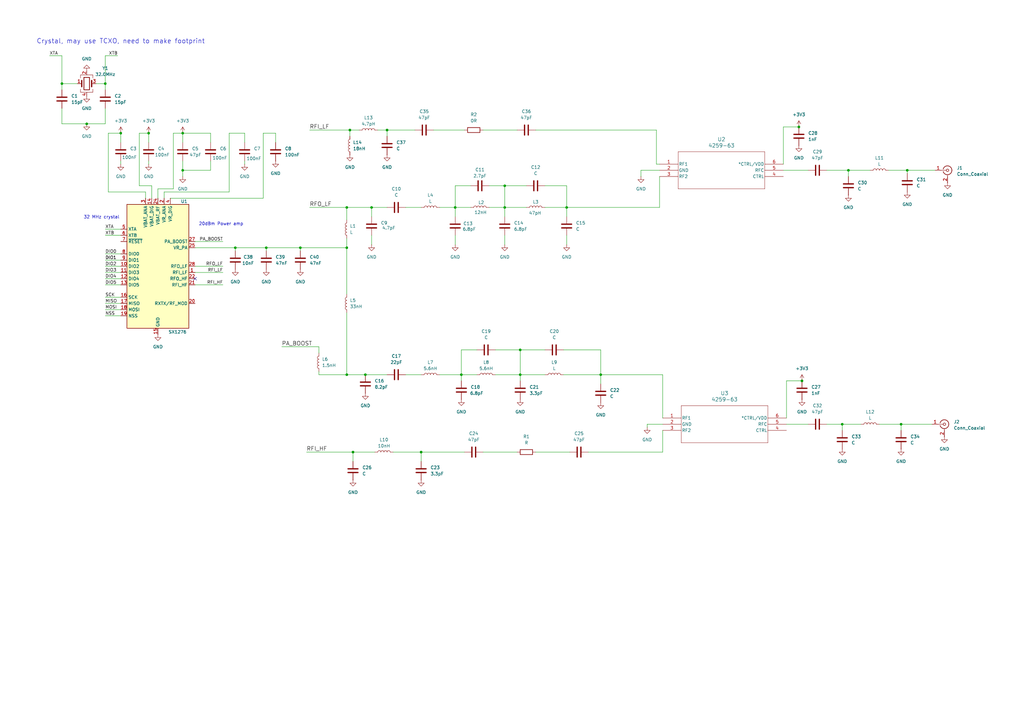
<source format=kicad_sch>
(kicad_sch (version 20231120) (generator "eeschema") (generator_version "8.0")
  (paper "A3")
  (lib_symbols
    (symbol "Connector:Conn_Coaxial" (pin_names (offset 1.016) hide)
      (property "Reference" "J" (at 0.254 3.048 0))
      (property "Value" "Conn_Coaxial" (at 2.921 0 90))
      (symbol "Conn_Coaxial_0_1"
        (arc (start -1.778 -0.508) (mid 0.2311 -1.8066) (end 1.778 0) (stroke (width 0.254)))
        (polyline (pts (xy -2.54 0) (xy -0.508 0)))
        (polyline (pts (xy 0 -2.54) (xy 0 -1.778)))
        (circle (center 0 0) (radius 0.508) (stroke (width 0.2032)))
        (arc (start 1.778 0) (mid 0.2099 1.8101) (end -1.778 0.508) (stroke (width 0.254)))
      )
      (symbol "Conn_Coaxial_1_1"
        (pin passive line (at -5.08 0 0) (length 2.54) (name "In") (number "1"))
        (pin passive line (at 0 -5.08 90) (length 2.54) (name "Ext") (number "2"))
      )
    )
    (symbol "Device:C" (pin_numbers hide) (pin_names (offset 0.254))
      (property "Reference" "C" (at 0.635 2.54 0))
      (property "Value" "C" (at 0.635 -2.54 0))
      (symbol "C_0_1"
        (polyline (pts (xy -2.032 -0.762) (xy 2.032 -0.762)) (stroke (width 0.508)))
        (polyline (pts (xy -2.032 0.762) (xy 2.032 0.762)) (stroke (width 0.508)))
      )
      (symbol "C_1_1"
        (pin passive line (at 0 3.81 270) (length 2.794) (name "~") (number "1"))
        (pin passive line (at 0 -3.81 90) (length 2.794) (name "~") (number "2"))
      )
    )
    (symbol "Device:Crystal_GND24" (pin_names (offset 1.016) hide)
      (property "Reference" "Y" (at 3.175 5.08 0))
      (property "Value" "Crystal_GND24" (at 3.175 3.175 0))
      (symbol "Crystal_GND24_0_1"
        (rectangle (start -1.143 2.54) (end 1.143 -2.54) (stroke (width 0.3048)))
        (polyline (pts (xy -2.54 0) (xy -2.032 0)))
        (polyline (pts (xy -2.032 -1.27) (xy -2.032 1.27)) (stroke (width 0.508)))
        (polyline (pts (xy 0 -3.81) (xy 0 -3.556)))
        (polyline (pts (xy 0 3.556) (xy 0 3.81)))
        (polyline (pts (xy 2.032 -1.27) (xy 2.032 1.27)) (stroke (width 0.508)))
        (polyline (pts (xy 2.032 0) (xy 2.54 0)))
        (polyline (pts (xy -2.54 -2.286) (xy -2.54 -3.556) (xy 2.54 -3.556) (xy 2.54 -2.286)))
        (polyline (pts (xy -2.54 2.286) (xy -2.54 3.556) (xy 2.54 3.556) (xy 2.54 2.286)))
      )
      (symbol "Crystal_GND24_1_1"
        (pin passive line (at -3.81 0 0) (length 1.27) (name "1") (number "1"))
        (pin passive line (at 0 5.08 270) (length 1.27) (name "2") (number "2"))
        (pin passive line (at 3.81 0 180) (length 1.27) (name "3") (number "3"))
        (pin passive line (at 0 -5.08 90) (length 1.27) (name "4") (number "4"))
      )
    )
    (symbol "Device:L" (pin_numbers hide) (pin_names (offset 1.016) hide)
      (property "Reference" "L" (at -1.27 0 90))
      (property "Value" "L" (at 1.905 0 90))
      (symbol "L_0_1"
        (arc (start 0 -2.54) (mid 0.6323 -1.905) (end 0 -1.27))
        (arc (start 0 -1.27) (mid 0.6323 -0.635) (end 0 0))
        (arc (start 0 0) (mid 0.6323 0.635) (end 0 1.27))
        (arc (start 0 1.27) (mid 0.6323 1.905) (end 0 2.54))
      )
      (symbol "L_1_1"
        (pin passive line (at 0 3.81 270) (length 1.27) (name "1") (number "1"))
        (pin passive line (at 0 -3.81 90) (length 1.27) (name "2") (number "2"))
      )
    )
    (symbol "Device:R" (pin_numbers hide) (pin_names (offset 0))
      (property "Reference" "R" (at 2.032 0 90))
      (property "Value" "R" (at 0 0 90))
      (symbol "R_0_1"
        (rectangle (start -1.016 -2.54) (end 1.016 2.54) (stroke (width 0.254)))
      )
      (symbol "R_1_1"
        (pin passive line (at 0 3.81 270) (length 1.27) (name "~") (number "1"))
        (pin passive line (at 0 -3.81 90) (length 1.27) (name "~") (number "2"))
      )
    )
    (symbol "PE4259:4259-63" (pin_names (offset 0.254))
      (property "Reference" "U" (at 25.4 10.16 0))
      (property "Value" "4259-63" (at 25.4 7.62 0))
      (symbol "4259-63_0_1"
        (polyline (pts (xy 7.62 -10.16) (xy 43.18 -10.16)) (stroke (width 0.127)))
        (polyline (pts (xy 7.62 5.08) (xy 7.62 -10.16)) (stroke (width 0.127)))
        (polyline (pts (xy 43.18 -10.16) (xy 43.18 5.08)) (stroke (width 0.127)))
        (polyline (pts (xy 43.18 5.08) (xy 7.62 5.08)) (stroke (width 0.127)))
        (pin bidirectional line (at 0 0 0) (length 7.62) (name "RF1") (number "1"))
        (pin power_out line (at 0 -2.54 0) (length 7.62) (name "GND") (number "2"))
        (pin bidirectional line (at 0 -5.08 0) (length 7.62) (name "RF2") (number "3"))
        (pin unspecified line (at 50.8 -5.08 180) (length 7.62) (name "CTRL") (number "4"))
        (pin unspecified line (at 50.8 -2.54 180) (length 7.62) (name "RFC") (number "5"))
        (pin power_in line (at 50.8 0 180) (length 7.62) (name "*CTRL/VDD") (number "6"))
      )
    )
    (symbol "RF:SX1276"
      (property "Reference" "U" (at 13.97 24.13 0))
      (property "Value" "SX1276" (at 13.97 21.59 0))
      (symbol "SX1276_0_1"
        (rectangle (start -12.7 25.4) (end 12.7 -25.4) (stroke (width 0.254)) (fill (type background)))
      )
      (symbol "SX1276_1_1"
        (pin input line (at 15.24 -2.54 180) (length 2.54) (name "RFI_LF") (number "1"))
        (pin bidirectional line (at -15.24 0 0) (length 2.54) (name "DIO2") (number "10"))
        (pin bidirectional line (at -15.24 -2.54 0) (length 2.54) (name "DIO3") (number "11"))
        (pin bidirectional line (at -15.24 -5.08 0) (length 2.54) (name "DIO4") (number "12"))
        (pin bidirectional line (at -15.24 -7.62 0) (length 2.54) (name "DIO5") (number "13"))
        (pin power_in line (at -2.54 27.94 270) (length 2.54) (name "VBAT_DIG") (number "14"))
        (pin power_in line (at 0 -27.94 90) (length 2.54) (name "GND") (number "15"))
        (pin input line (at -15.24 -12.7 0) (length 2.54) (name "SCK") (number "16"))
        (pin output line (at -15.24 -15.24 0) (length 2.54) (name "MISO") (number "17"))
        (pin input line (at -15.24 -17.78 0) (length 2.54) (name "MOSI") (number "18"))
        (pin input line (at -15.24 -20.32 0) (length 2.54) (name "NSS") (number "19"))
        (pin power_in line (at 2.54 27.94 270) (length 2.54) (name "VR_ANA") (number "2"))
        (pin output line (at 15.24 -15.24 180) (length 2.54) (name "RXTX/RF_MOD") (number "20"))
        (pin input line (at 15.24 -7.62 180) (length 2.54) (name "RFI_HF") (number "21"))
        (pin output line (at 15.24 -5.08 180) (length 2.54) (name "RFO_HF") (number "22"))
        (pin passive line (at 0 -27.94 90) (length 2.54) hide (name "GND") (number "23"))
        (pin power_in line (at 0 27.94 270) (length 2.54) (name "VBAT_RF") (number "24"))
        (pin power_out line (at 15.24 7.62 180) (length 2.54) (name "VR_PA") (number "25"))
        (pin passive line (at 0 -27.94 90) (length 2.54) hide (name "GND") (number "26"))
        (pin power_out line (at 15.24 10.16 180) (length 2.54) (name "PA_BOOST") (number "27"))
        (pin output line (at 15.24 0 180) (length 2.54) (name "RFO_LF") (number "28"))
        (pin passive line (at 0 -27.94 90) (length 2.54) hide (name "GND") (number "29"))
        (pin power_in line (at -5.08 27.94 270) (length 2.54) (name "VBAT_ANA") (number "3"))
        (pin power_in line (at 5.08 27.94 270) (length 2.54) (name "VR_DIG") (number "4"))
        (pin bidirectional line (at -15.24 15.24 0) (length 2.54) (name "XTA") (number "5"))
        (pin bidirectional line (at -15.24 12.7 0) (length 2.54) (name "XTB") (number "6"))
        (pin input line (at -15.24 10.16 0) (length 2.54) (name "~{RESET}") (number "7"))
        (pin bidirectional line (at -15.24 5.08 0) (length 2.54) (name "DIO0") (number "8"))
        (pin bidirectional line (at -15.24 2.54 0) (length 2.54) (name "DIO1") (number "9"))
      )
    )
    (symbol "power:+3V3" (power) (pin_numbers hide) (pin_names (offset 0) hide)
      (property "Value" "+3V3" (at 0 3.556 0))
      (symbol "+3V3_0_1"
        (polyline (pts (xy -0.762 1.27) (xy 0 2.54)))
        (polyline (pts (xy 0 0) (xy 0 2.54)))
        (polyline (pts (xy 0 2.54) (xy 0.762 1.27)))
      )
      (symbol "+3V3_1_1"
        (pin power_in line (at 0 0 90) (length 0) (name "~") (number "1"))
      )
    )
    (symbol "power:GND" (power) (pin_numbers hide) (pin_names (offset 0) hide)
      (property "Value" "GND" (at 0 -3.81 0))
      (symbol "GND_0_1"
        (polyline (pts (xy 0 0) (xy 0 -1.27) (xy 1.27 -1.27) (xy 0 -2.54) (xy -1.27 -1.27) (xy 0 -1.27)))
      )
      (symbol "GND_1_1"
        (pin power_in line (at 0 0 270) (length 0) (name "~") (number "1"))
      )
    )
  )
  (junction (at 74.93 69.85))
  (junction (at 246.38 153.67))
  (junction (at 328.93 156.21))
  (junction (at 207.01 76.2))
  (junction (at 372.11 69.85))
  (junction (at 43.18 34.29))
  (junction (at 144.78 185.42))
  (junction (at 109.22 101.6))
  (junction (at 186.69 85.09))
  (junction (at 60.96 54.61))
  (junction (at 369.57 173.99))
  (junction (at 172.72 185.42))
  (junction (at 232.41 85.09))
  (junction (at 123.19 101.6))
  (junction (at 152.4 85.09))
  (junction (at 74.93 54.61))
  (junction (at 158.75 53.34))
  (junction (at 207.01 85.09))
  (junction (at 149.86 153.67))
  (junction (at 189.23 153.67))
  (junction (at 347.98 69.85))
  (junction (at 142.24 85.09))
  (junction (at 345.44 173.99))
  (junction (at 35.56 50.8))
  (junction (at 143.51 53.34))
  (junction (at 142.24 101.6))
  (junction (at 327.66 52.07))
  (junction (at 96.52 101.6))
  (junction (at 142.24 153.67))
  (junction (at 49.53 54.61))
  (junction (at 25.4 34.29))
  (junction (at 213.36 153.67))
  (junction (at 213.36 143.51))
  (no_connect (at 80.01 114.3))
  (wire (pts (xy 193.04 76.2) (xy 186.69 76.2)))
  (wire (pts (xy 321.31 69.85) (xy 331.47 69.85)))
  (wire (pts (xy 149.86 153.67) (xy 158.75 153.67)))
  (wire (pts (xy 166.37 153.67) (xy 172.72 153.67)))
  (wire (pts (xy 213.36 153.67) (xy 213.36 156.21)))
  (wire (pts (xy 161.29 185.42) (xy 172.72 185.42)))
  (wire (pts (xy 372.11 69.85) (xy 383.54 69.85)))
  (wire (pts (xy 213.36 153.67) (xy 223.52 153.67)))
  (wire (pts (xy 270.51 85.09) (xy 270.51 72.39)))
  (wire (pts (xy 189.23 153.67) (xy 195.58 153.67)))
  (wire (pts (xy 80.01 101.6) (xy 96.52 101.6)))
  (wire (pts (xy 44.45 78.74) (xy 44.45 54.61)))
  (wire (pts (xy 43.18 127) (xy 49.53 127)))
  (wire (pts (xy 158.75 53.34) (xy 158.75 55.88)))
  (wire (pts (xy 271.78 171.45) (xy 271.78 153.67)))
  (wire (pts (xy 207.01 76.2) (xy 215.9 76.2)))
  (wire (pts (xy 186.69 85.09) (xy 186.69 88.9)))
  (wire (pts (xy 57.15 76.2) (xy 57.15 54.61)))
  (wire (pts (xy 231.14 143.51) (xy 246.38 143.51)))
  (wire (pts (xy 59.69 81.28) (xy 59.69 78.74)))
  (wire (pts (xy 246.38 153.67) (xy 271.78 153.67)))
  (wire (pts (xy 207.01 96.52) (xy 207.01 100.33)))
  (wire (pts (xy 43.18 111.76) (xy 49.53 111.76)))
  (wire (pts (xy 339.09 173.99) (xy 345.44 173.99)))
  (wire (pts (xy 180.34 85.09) (xy 186.69 85.09)))
  (wire (pts (xy 71.12 77.47) (xy 71.12 54.61)))
  (wire (pts (xy 43.18 22.86) (xy 48.26 22.86)))
  (wire (pts (xy 203.2 143.51) (xy 213.36 143.51)))
  (wire (pts (xy 43.18 50.8) (xy 43.18 44.45)))
  (wire (pts (xy 25.4 34.29) (xy 25.4 22.86)))
  (wire (pts (xy 144.78 185.42) (xy 153.67 185.42)))
  (wire (pts (xy 125.73 185.42) (xy 144.78 185.42)))
  (wire (pts (xy 246.38 153.67) (xy 246.38 157.48)))
  (wire (pts (xy 31.75 34.29) (xy 25.4 34.29)))
  (wire (pts (xy 158.75 53.34) (xy 170.18 53.34)))
  (wire (pts (xy 142.24 120.65) (xy 142.24 101.6)))
  (wire (pts (xy 80.01 109.22) (xy 91.44 109.22)))
  (wire (pts (xy 322.58 173.99) (xy 331.47 173.99)))
  (wire (pts (xy 372.11 71.12) (xy 372.11 69.85)))
  (wire (pts (xy 69.85 81.28) (xy 107.95 81.28)))
  (wire (pts (xy 43.18 116.84) (xy 49.53 116.84)))
  (wire (pts (xy 93.98 78.74) (xy 93.98 54.61)))
  (wire (pts (xy 49.53 54.61) (xy 49.53 58.42)))
  (wire (pts (xy 232.41 85.09) (xy 270.51 85.09)))
  (wire (pts (xy 369.57 173.99) (xy 382.27 173.99)))
  (wire (pts (xy 25.4 44.45) (xy 25.4 50.8)))
  (wire (pts (xy 100.33 66.04) (xy 100.33 67.31)))
  (wire (pts (xy 109.22 102.87) (xy 109.22 101.6)))
  (wire (pts (xy 43.18 129.54) (xy 49.53 129.54)))
  (wire (pts (xy 43.18 121.92) (xy 49.53 121.92)))
  (wire (pts (xy 20.32 22.86) (xy 25.4 22.86)))
  (wire (pts (xy 152.4 85.09) (xy 158.75 85.09)))
  (wire (pts (xy 213.36 143.51) (xy 213.36 153.67)))
  (wire (pts (xy 166.37 85.09) (xy 172.72 85.09)))
  (wire (pts (xy 109.22 101.6) (xy 96.52 101.6)))
  (wire (pts (xy 223.52 76.2) (xy 232.41 76.2)))
  (wire (pts (xy 123.19 102.87) (xy 123.19 101.6)))
  (wire (pts (xy 154.94 53.34) (xy 158.75 53.34)))
  (wire (pts (xy 59.69 78.74) (xy 44.45 78.74)))
  (wire (pts (xy 246.38 143.51) (xy 246.38 153.67)))
  (wire (pts (xy 232.41 96.52) (xy 232.41 100.33)))
  (wire (pts (xy 265.43 173.99) (xy 265.43 175.26)))
  (wire (pts (xy 43.18 96.52) (xy 49.53 96.52)))
  (wire (pts (xy 347.98 69.85) (xy 347.98 72.39)))
  (wire (pts (xy 115.57 142.24) (xy 130.81 142.24)))
  (wire (pts (xy 93.98 54.61) (xy 100.33 54.61)))
  (wire (pts (xy 322.58 171.45) (xy 322.58 156.21)))
  (wire (pts (xy 180.34 153.67) (xy 189.23 153.67)))
  (wire (pts (xy 142.24 97.79) (xy 142.24 101.6)))
  (wire (pts (xy 223.52 85.09) (xy 232.41 85.09)))
  (wire (pts (xy 43.18 34.29) (xy 43.18 22.86)))
  (wire (pts (xy 74.93 54.61) (xy 74.93 58.42)))
  (wire (pts (xy 43.18 106.68) (xy 49.53 106.68)))
  (wire (pts (xy 71.12 54.61) (xy 74.93 54.61)))
  (wire (pts (xy 130.81 153.67) (xy 142.24 153.67)))
  (wire (pts (xy 207.01 85.09) (xy 215.9 85.09)))
  (wire (pts (xy 107.95 81.28) (xy 107.95 54.61)))
  (wire (pts (xy 231.14 153.67) (xy 246.38 153.67)))
  (wire (pts (xy 74.93 66.04) (xy 74.93 69.85)))
  (wire (pts (xy 198.12 53.34) (xy 212.09 53.34)))
  (wire (pts (xy 130.81 142.24) (xy 130.81 144.78)))
  (wire (pts (xy 270.51 69.85) (xy 262.89 69.85)))
  (wire (pts (xy 67.31 78.74) (xy 93.98 78.74)))
  (wire (pts (xy 60.96 66.04) (xy 60.96 67.31)))
  (wire (pts (xy 321.31 67.31) (xy 321.31 52.07)))
  (wire (pts (xy 80.01 99.06) (xy 91.44 99.06)))
  (wire (pts (xy 269.24 67.31) (xy 270.51 67.31)))
  (wire (pts (xy 43.18 109.22) (xy 49.53 109.22)))
  (wire (pts (xy 198.12 185.42) (xy 212.09 185.42)))
  (wire (pts (xy 142.24 153.67) (xy 149.86 153.67)))
  (wire (pts (xy 364.49 69.85) (xy 372.11 69.85)))
  (wire (pts (xy 195.58 143.51) (xy 189.23 143.51)))
  (wire (pts (xy 142.24 85.09) (xy 142.24 90.17)))
  (wire (pts (xy 189.23 153.67) (xy 189.23 156.21)))
  (wire (pts (xy 186.69 96.52) (xy 186.69 100.33)))
  (wire (pts (xy 107.95 54.61) (xy 113.03 54.61)))
  (wire (pts (xy 86.36 54.61) (xy 86.36 58.42)))
  (wire (pts (xy 219.71 185.42) (xy 233.68 185.42)))
  (wire (pts (xy 113.03 54.61) (xy 113.03 58.42)))
  (wire (pts (xy 144.78 189.23) (xy 144.78 185.42)))
  (wire (pts (xy 200.66 85.09) (xy 207.01 85.09)))
  (wire (pts (xy 369.57 173.99) (xy 369.57 176.53)))
  (wire (pts (xy 152.4 100.33) (xy 152.4 96.52)))
  (wire (pts (xy 43.18 124.46) (xy 49.53 124.46)))
  (wire (pts (xy 74.93 69.85) (xy 74.93 72.39)))
  (wire (pts (xy 100.33 54.61) (xy 100.33 58.42)))
  (wire (pts (xy 35.56 50.8) (xy 43.18 50.8)))
  (wire (pts (xy 172.72 185.42) (xy 190.5 185.42)))
  (wire (pts (xy 44.45 54.61) (xy 49.53 54.61)))
  (wire (pts (xy 43.18 36.83) (xy 43.18 34.29)))
  (wire (pts (xy 43.18 114.3) (xy 49.53 114.3)))
  (wire (pts (xy 96.52 101.6) (xy 96.52 102.87)))
  (wire (pts (xy 360.68 173.99) (xy 369.57 173.99)))
  (wire (pts (xy 186.69 85.09) (xy 193.04 85.09)))
  (wire (pts (xy 207.01 76.2) (xy 207.01 85.09)))
  (wire (pts (xy 152.4 88.9) (xy 152.4 85.09)))
  (wire (pts (xy 123.19 101.6) (xy 142.24 101.6)))
  (wire (pts (xy 43.18 93.98) (xy 49.53 93.98)))
  (wire (pts (xy 127 85.09) (xy 142.24 85.09)))
  (wire (pts (xy 142.24 85.09) (xy 152.4 85.09)))
  (wire (pts (xy 213.36 143.51) (xy 223.52 143.51)))
  (wire (pts (xy 345.44 173.99) (xy 353.06 173.99)))
  (wire (pts (xy 64.77 77.47) (xy 71.12 77.47)))
  (wire (pts (xy 269.24 67.31) (xy 269.24 53.34)))
  (wire (pts (xy 25.4 50.8) (xy 35.56 50.8)))
  (wire (pts (xy 177.8 53.34) (xy 190.5 53.34)))
  (wire (pts (xy 86.36 69.85) (xy 74.93 69.85)))
  (wire (pts (xy 271.78 173.99) (xy 265.43 173.99)))
  (wire (pts (xy 143.51 55.88) (xy 143.51 53.34)))
  (wire (pts (xy 271.78 185.42) (xy 241.3 185.42)))
  (wire (pts (xy 322.58 156.21) (xy 328.93 156.21)))
  (wire (pts (xy 200.66 76.2) (xy 207.01 76.2)))
  (wire (pts (xy 25.4 34.29) (xy 25.4 36.83)))
  (wire (pts (xy 269.24 53.34) (xy 219.71 53.34)))
  (wire (pts (xy 203.2 153.67) (xy 213.36 153.67)))
  (wire (pts (xy 207.01 85.09) (xy 207.01 88.9)))
  (wire (pts (xy 262.89 69.85) (xy 262.89 72.39)))
  (wire (pts (xy 127 53.34) (xy 143.51 53.34)))
  (wire (pts (xy 172.72 185.42) (xy 172.72 189.23)))
  (wire (pts (xy 347.98 69.85) (xy 356.87 69.85)))
  (wire (pts (xy 80.01 111.76) (xy 91.44 111.76)))
  (wire (pts (xy 62.23 76.2) (xy 57.15 76.2)))
  (wire (pts (xy 67.31 81.28) (xy 67.31 78.74)))
  (wire (pts (xy 43.18 104.14) (xy 49.53 104.14)))
  (wire (pts (xy 57.15 54.61) (xy 60.96 54.61)))
  (wire (pts (xy 186.69 76.2) (xy 186.69 85.09)))
  (wire (pts (xy 74.93 54.61) (xy 86.36 54.61)))
  (wire (pts (xy 130.81 152.4) (xy 130.81 153.67)))
  (wire (pts (xy 86.36 66.04) (xy 86.36 69.85)))
  (wire (pts (xy 143.51 53.34) (xy 147.32 53.34)))
  (wire (pts (xy 189.23 143.51) (xy 189.23 153.67)))
  (wire (pts (xy 49.53 66.04) (xy 49.53 67.31)))
  (wire (pts (xy 232.41 85.09) (xy 232.41 88.9)))
  (wire (pts (xy 339.09 69.85) (xy 347.98 69.85)))
  (wire (pts (xy 345.44 173.99) (xy 345.44 176.53)))
  (wire (pts (xy 43.18 34.29) (xy 39.37 34.29)))
  (wire (pts (xy 232.41 76.2) (xy 232.41 85.09)))
  (wire (pts (xy 271.78 176.53) (xy 271.78 185.42)))
  (wire (pts (xy 109.22 101.6) (xy 123.19 101.6)))
  (wire (pts (xy 62.23 81.28) (xy 62.23 76.2)))
  (wire (pts (xy 80.01 116.84) (xy 91.44 116.84)))
  (wire (pts (xy 60.96 54.61) (xy 60.96 58.42)))
  (wire (pts (xy 321.31 52.07) (xy 327.66 52.07)))
  (wire (pts (xy 64.77 81.28) (xy 64.77 77.47)))
  (wire (pts (xy 142.24 128.27) (xy 142.24 153.67)))
  (text "32 MHz crystal" (at 41.656 89.154 0) (effects (font (size 1.27 1.27))))
  (text "Crystal, may use TCXO, need to make footprint" (at 49.53 17.018 0) (effects (font (size 1.905 1.905))))
  (text "20dBm Power amp" (at 90.678 91.948 0) (effects (font (size 1.27 1.27))))
  (label "RFO_LF" (at 127 85.09 0) (effects (font (size 1.651 1.651))))
  (label "DIO1" (at 43.18 106.68 0))
  (label "RFI_HF" (at 125.73 185.42 0) (effects (font (size 1.651 1.651))))
  (label "XTA" (at 43.18 93.98 0))
  (label "XTB" (at 48.26 22.86 180))
  (label "RFI_LF" (at 91.44 111.76 180))
  (label "XTB" (at 43.18 96.52 0))
  (label "NSS" (at 43.18 129.54 0))
  (label "DIO1" (at 43.18 106.68 0))
  (label "RFO_LF" (at 91.44 109.22 180))
  (label "DIO4" (at 43.18 114.3 0))
  (label "DIO3" (at 43.18 111.76 0))
  (label "MOSI" (at 43.18 127 0))
  (label "SCK" (at 43.18 121.92 0))
  (label "PA_BOOST" (at 115.57 142.24 0) (effects (font (size 1.651 1.651))))
  (label "PA_BOOST" (at 91.44 99.06 180))
  (label "RFI_HF" (at 91.44 116.84 180))
  (label "MISO" (at 43.18 124.46 0))
  (label "DIO0" (at 43.18 104.14 0))
  (label "DIO5" (at 43.18 116.84 0))
  (label "DIO2" (at 43.18 109.22 0))
  (label "XTA" (at 20.32 22.86 0))
  (label "RFI_LF" (at 127 53.34 0) (effects (font (size 1.651 1.651))))
  (symbol (lib_id "Device:C") (at 113.03 62.23 0) (unit 1)
    (property "Reference" "C8" (at 116.84 60.9599 0) (effects (justify left)))
    (property "Value" "100nF" (at 116.84 63.4999 0) (effects (justify left)))
    (property "Description" "Unpolarized capacitor" (effects (hide yes)))
  )
  (symbol (lib_id "Device:C") (at 100.33 62.23 0) (unit 1)
    (property "Reference" "C7" (at 104.14 60.9599 0) (effects (justify left)))
    (property "Value" "100nF" (at 101.092 65.024 0) (effects (justify left)))
    (property "Description" "Unpolarized capacitor" (effects (hide yes)))
  )
  (symbol (lib_id "Device:C") (at 219.71 76.2 90) (unit 1)
    (property "Reference" "C12" (at 219.71 68.58 90))
    (property "Value" "C" (at 219.71 71.12 90))
    (property "Description" "Unpolarized capacitor" (effects (hide yes)))
  )
  (symbol (lib_id "power:GND") (at 144.78 196.85 0) (unit 1)
    (property "Reference" "#PWR027" (effects (hide yes)))
    (property "Value" "GND" (at 144.78 201.93 0))
    (property "Description" "Power symbol creates a global label with name \"GND\" , ground" (effects (hide yes)))
  )
  (symbol (lib_id "power:GND") (at 345.44 184.15 0) (unit 1)
    (property "Reference" "#PWR038" (effects (hide yes)))
    (property "Value" "GND" (at 345.44 189.23 0))
    (property "Description" "Power symbol creates a global label with name \"GND\" , ground" (effects (hide yes)))
  )
  (symbol (lib_id "power:GND") (at 186.69 100.33 0) (unit 1)
    (property "Reference" "#PWR019" (effects (hide yes)))
    (property "Value" "GND" (at 186.69 105.41 0))
    (property "Description" "Power symbol creates a global label with name \"GND\" , ground" (effects (hide yes)))
  )
  (symbol (lib_id "Device:C") (at 345.44 180.34 0) (unit 1)
    (property "Reference" "C33" (at 349.25 179.0699 0) (effects (justify left)))
    (property "Value" "C" (at 349.25 181.6099 0) (effects (justify left)))
    (property "Description" "Unpolarized capacitor" (effects (hide yes)))
  )
  (symbol (lib_id "power:GND") (at 49.53 67.31 0) (unit 1)
    (property "Reference" "#PWR05" (effects (hide yes)))
    (property "Value" "GND" (at 49.53 72.39 0))
    (property "Description" "Power symbol creates a global label with name \"GND\" , ground" (effects (hide yes)))
  )
  (symbol (lib_id "Device:C") (at 162.56 153.67 90) (unit 1)
    (property "Reference" "C17" (at 162.56 146.05 90))
    (property "Value" "22pF" (at 162.56 148.59 90))
    (property "Description" "Unpolarized capacitor" (effects (hide yes)))
  )
  (symbol (lib_id "power:+3V3") (at 60.96 54.61 0) (unit 1)
    (property "Reference" "#PWR010" (effects (hide yes)))
    (property "Value" "+3V3" (at 60.96 49.53 0))
    (property "Description" "Power symbol creates a global label with name \"+3V3\"" (effects (hide yes)))
  )
  (symbol (lib_id "power:GND") (at 113.03 66.04 0) (unit 1)
    (property "Reference" "#PWR012" (effects (hide yes)))
    (property "Value" "GND" (at 113.03 71.12 0))
    (property "Description" "Power symbol creates a global label with name \"GND\" , ground" (effects (hide yes)))
  )
  (symbol (lib_id "Device:C") (at 227.33 143.51 270) (unit 1)
    (property "Reference" "C20" (at 227.33 135.89 90))
    (property "Value" "C" (at 227.33 138.43 90))
    (property "Description" "Unpolarized capacitor" (effects (hide yes)))
  )
  (symbol (lib_id "PE4259:4259-63") (at 271.78 171.45 0) (unit 1)
    (property "Reference" "U3" (at 297.18 161.29 0) (effects (font (size 1.524 1.524))))
    (property "Value" "4259-63" (at 297.18 163.83 0) (effects (font (size 1.524 1.524))))
    (property "Footprint" "SC-70-6_PSM" (effects (hide yes)))
    (property "Datasheet" "4259-63" (effects (hide yes)))
  )
  (symbol (lib_id "Device:L") (at 227.33 153.67 90) (unit 1)
    (property "Reference" "L9" (at 227.33 148.59 90))
    (property "Value" "L" (at 227.33 151.13 90))
    (property "Description" "Inductor" (effects (hide yes)))
  )
  (symbol (lib_id "Device:C") (at 347.98 76.2 180) (unit 1)
    (property "Reference" "C30" (at 351.79 74.9299 0) (effects (justify right)))
    (property "Value" "C" (at 351.79 77.4699 0) (effects (justify right)))
    (property "Description" "Unpolarized capacitor" (effects (hide yes)))
  )
  (symbol (lib_id "Connector:Conn_Coaxial") (at 387.35 173.99 0) (unit 1)
    (property "Reference" "J2" (at 391.16 173.0131 0) (effects (justify left)))
    (property "Value" "Conn_Coaxial" (at 391.16 175.5531 0) (effects (justify left)))
    (property "Description" "coaxial connector (BNC, SMA, SMB, SMC, Cinch/RCA, LEMO, ...)" (effects (hide yes)))
  )
  (symbol (lib_id "power:GND") (at 246.38 165.1 0) (unit 1)
    (property "Reference" "#PWR025" (effects (hide yes)))
    (property "Value" "GND" (at 246.38 170.18 0))
    (property "Description" "Power symbol creates a global label with name \"GND\" , ground" (effects (hide yes)))
  )
  (symbol (lib_id "power:+3V3") (at 327.66 52.07 0) (unit 1)
    (property "Reference" "#PWR030" (effects (hide yes)))
    (property "Value" "+3V3" (at 327.66 46.99 0))
    (property "Description" "Power symbol creates a global label with name \"+3V3\"" (effects (hide yes)))
  )
  (symbol (lib_id "RF:SX1276") (at 64.77 109.22 0) (unit 1)
    (property "Reference" "U1" (at 74.168 82.55 0) (effects (justify left)))
    (property "Value" "SX1276" (at 69.088 136.144 0) (effects (justify left)))
    (property "Footprint" "Package_DFN_QFN:QFN-28-1EP_6x6mm_P0.65mm_EP4.8x4.8mm" (effects (hide yes)))
    (property "Datasheet" "https://semtech.my.salesforce.com/sfc/p/#E0000000JelG/a/2R0000001Rbr/6EfVZUorrpoKFfvaF_Fkpgp5kzjiNyiAbqcpqh9qSjE" (effects (hide yes)))
    (property "Description" "137 MHz to 1020 MHz Low Power Long Range Transceiver, spreading factor from 6 to 12, LoRA, QFN-28" (effects (hide yes)))
  )
  (symbol (lib_id "power:GND") (at 60.96 67.31 0) (unit 1)
    (property "Reference" "#PWR06" (effects (hide yes)))
    (property "Value" "GND" (at 60.96 72.39 0))
    (property "Description" "Power symbol creates a global label with name \"GND\" , ground" (effects (hide yes)))
  )
  (symbol (lib_id "power:GND") (at 143.51 63.5 0) (unit 1)
    (property "Reference" "#PWR016" (effects (hide yes)))
    (property "Value" "GND" (at 143.51 68.58 0))
    (property "Description" "Power symbol creates a global label with name \"GND\" , ground" (effects (hide yes)))
  )
  (symbol (lib_id "Device:C") (at 328.93 160.02 0) (unit 1)
    (property "Reference" "C27" (at 332.74 158.7499 0) (effects (justify left)))
    (property "Value" "1nF" (at 332.74 161.2899 0) (effects (justify left)))
    (property "Description" "Unpolarized capacitor" (effects (hide yes)))
  )
  (symbol (lib_id "power:GND") (at 372.11 78.74 0) (unit 1)
    (property "Reference" "#PWR037" (effects (hide yes)))
    (property "Value" "GND" (at 372.11 83.82 0))
    (property "Description" "Power symbol creates a global label with name \"GND\" , ground" (effects (hide yes)))
  )
  (symbol (lib_id "Device:C") (at 173.99 53.34 90) (unit 1)
    (property "Reference" "C35" (at 173.99 45.72 90))
    (property "Value" "47pF" (at 173.99 48.26 90))
    (property "Description" "Unpolarized capacitor" (effects (hide yes)))
  )
  (symbol (lib_id "Device:C") (at 158.75 59.69 0) (unit 1)
    (property "Reference" "C37" (at 162.56 58.4199 0) (effects (justify left)))
    (property "Value" "C" (at 162.56 60.9599 0) (effects (justify left)))
    (property "Description" "Unpolarized capacitor" (effects (hide yes)))
  )
  (symbol (lib_id "Device:R") (at 215.9 185.42 90) (unit 1)
    (property "Reference" "R1" (at 215.9 179.07 90))
    (property "Value" "R" (at 215.9 181.61 90))
    (property "Description" "Resistor" (effects (hide yes)))
  )
  (symbol (lib_id "Device:C") (at 369.57 180.34 0) (unit 1)
    (property "Reference" "C34" (at 373.38 179.0699 0) (effects (justify left)))
    (property "Value" "C" (at 373.38 181.6099 0) (effects (justify left)))
    (property "Description" "Unpolarized capacitor" (effects (hide yes)))
  )
  (symbol (lib_id "Device:L") (at 199.39 153.67 90) (unit 1)
    (property "Reference" "L8" (at 199.39 148.59 90))
    (property "Value" "5.6nH" (at 199.39 151.13 90))
    (property "Description" "Inductor" (effects (hide yes)))
  )
  (symbol (lib_id "Device:C") (at 189.23 160.02 180) (unit 1)
    (property "Reference" "C18" (at 193.04 158.7499 0) (effects (justify right)))
    (property "Value" "6.8pF" (at 192.786 161.29 0) (effects (justify right)))
    (property "Description" "Unpolarized capacitor" (effects (hide yes)))
  )
  (symbol (lib_id "Device:C") (at 335.28 173.99 270) (unit 1)
    (property "Reference" "C32" (at 335.28 166.37 90))
    (property "Value" "47pF" (at 335.28 168.91 90))
    (property "Description" "Unpolarized capacitor" (effects (hide yes)))
  )
  (symbol (lib_id "Device:L") (at 176.53 153.67 90) (unit 1)
    (property "Reference" "L7" (at 176.53 148.59 90))
    (property "Value" "5.6nH" (at 176.53 151.13 90))
    (property "Description" "Inductor" (effects (hide yes)))
  )
  (symbol (lib_id "Device:C") (at 246.38 161.29 0) (unit 1)
    (property "Reference" "C22" (at 250.19 160.0199 0) (effects (justify left)))
    (property "Value" "C" (at 250.19 162.5599 0) (effects (justify left)))
    (property "Description" "Unpolarized capacitor" (effects (hide yes)))
  )
  (symbol (lib_id "Device:L") (at 142.24 124.46 180) (unit 1)
    (property "Reference" "L5" (at 143.51 123.1899 0) (effects (justify right)))
    (property "Value" "33nH" (at 143.51 125.7299 0) (effects (justify right)))
    (property "Description" "Inductor" (effects (hide yes)))
  )
  (symbol (lib_id "Device:C") (at 213.36 160.02 0) (unit 1)
    (property "Reference" "C21" (at 217.17 158.7499 0) (effects (justify left)))
    (property "Value" "3.3pF" (at 217.17 161.2899 0) (effects (justify left)))
    (property "Description" "Unpolarized capacitor" (effects (hide yes)))
  )
  (symbol (lib_id "Device:L") (at 151.13 53.34 90) (unit 1)
    (property "Reference" "L13" (at 151.13 48.26 90))
    (property "Value" "4.7pH" (at 151.13 50.8 90))
    (property "Description" "Inductor" (effects (hide yes)))
  )
  (symbol (lib_id "Device:L") (at 130.81 148.59 180) (unit 1)
    (property "Reference" "L6" (at 132.08 147.3199 0) (effects (justify right)))
    (property "Value" "1.5nH" (at 132.08 149.8599 0) (effects (justify right)))
    (property "Description" "Inductor" (effects (hide yes)))
  )
  (symbol (lib_id "power:GND") (at 100.33 67.31 0) (unit 1)
    (property "Reference" "#PWR08" (effects (hide yes)))
    (property "Value" "GND" (at 100.33 72.39 0))
    (property "Description" "Power symbol creates a global label with name \"GND\" , ground" (effects (hide yes)))
  )
  (symbol (lib_id "power:+3V3") (at 328.93 156.21 0) (unit 1)
    (property "Reference" "#PWR031" (effects (hide yes)))
    (property "Value" "+3V3" (at 328.93 151.13 0))
    (property "Description" "Power symbol creates a global label with name \"+3V3\"" (effects (hide yes)))
  )
  (symbol (lib_id "power:GND") (at 213.36 163.83 0) (unit 1)
    (property "Reference" "#PWR024" (effects (hide yes)))
    (property "Value" "GND" (at 213.36 168.91 0))
    (property "Description" "Power symbol creates a global label with name \"GND\" , ground" (effects (hide yes)))
  )
  (symbol (lib_id "Device:C") (at 194.31 185.42 90) (unit 1)
    (property "Reference" "C24" (at 194.31 177.8 90))
    (property "Value" "47pF" (at 194.31 180.34 90))
    (property "Description" "Unpolarized capacitor" (effects (hide yes)))
  )
  (symbol (lib_id "power:GND") (at 347.98 80.01 0) (unit 1)
    (property "Reference" "#PWR036" (effects (hide yes)))
    (property "Value" "GND" (at 347.98 85.09 0))
    (property "Description" "Power symbol creates a global label with name \"GND\" , ground" (effects (hide yes)))
  )
  (symbol (lib_id "Device:C") (at 237.49 185.42 90) (unit 1)
    (property "Reference" "C25" (at 237.49 177.8 90))
    (property "Value" "47pF" (at 237.49 180.34 90))
    (property "Description" "Unpolarized capacitor" (effects (hide yes)))
  )
  (symbol (lib_id "Connector:Conn_Coaxial") (at 388.62 69.85 0) (unit 1)
    (property "Reference" "J1" (at 392.43 68.8731 0) (effects (justify left)))
    (property "Value" "Conn_Coaxial" (at 392.43 71.4131 0) (effects (justify left)))
    (property "Description" "coaxial connector (BNC, SMA, SMB, SMC, Cinch/RCA, LEMO, ...)" (effects (hide yes)))
  )
  (symbol (lib_id "Device:C") (at 232.41 92.71 180) (unit 1)
    (property "Reference" "C15" (at 236.22 91.4399 0) (effects (justify right)))
    (property "Value" "C" (at 236.22 93.9799 0) (effects (justify right)))
    (property "Description" "Unpolarized capacitor" (effects (hide yes)))
  )
  (symbol (lib_id "Device:L") (at 356.87 173.99 90) (unit 1)
    (property "Reference" "L12" (at 356.87 168.91 90))
    (property "Value" "L" (at 356.87 171.45 90))
    (property "Description" "Inductor" (effects (hide yes)))
  )
  (symbol (lib_id "power:GND") (at 327.66 59.69 0) (unit 1)
    (property "Reference" "#PWR032" (effects (hide yes)))
    (property "Value" "GND" (at 327.66 64.77 0))
    (property "Description" "Power symbol creates a global label with name \"GND\" , ground" (effects (hide yes)))
  )
  (symbol (lib_id "power:GND") (at 232.41 100.33 0) (unit 1)
    (property "Reference" "#PWR021" (effects (hide yes)))
    (property "Value" "GND" (at 232.41 105.41 0))
    (property "Description" "Power symbol creates a global label with name \"GND\" , ground" (effects (hide yes)))
  )
  (symbol (lib_id "power:GND") (at 149.86 161.29 0) (unit 1)
    (property "Reference" "#PWR029" (effects (hide yes)))
    (property "Value" "GND" (at 149.86 166.37 0))
    (property "Description" "Power symbol creates a global label with name \"GND\" , ground" (effects (hide yes)))
  )
  (symbol (lib_id "Device:C") (at 186.69 92.71 180) (unit 1)
    (property "Reference" "C13" (at 189.992 91.694 0) (effects (justify right)))
    (property "Value" "6.8pF" (at 189.738 93.98 0) (effects (justify right)))
    (property "Description" "Unpolarized capacitor" (effects (hide yes)))
  )
  (symbol (lib_id "Device:C") (at 86.36 62.23 0) (unit 1)
    (property "Reference" "C6" (at 90.17 60.9599 0) (effects (justify left)))
    (property "Value" "100nF" (at 87.122 64.77 0) (effects (justify left)))
    (property "Description" "Unpolarized capacitor" (effects (hide yes)))
  )
  (symbol (lib_id "power:GND") (at 64.77 137.16 0) (unit 1)
    (property "Reference" "#PWR01" (effects (hide yes)))
    (property "Value" "GND" (at 64.77 142.24 0))
    (property "Description" "Power symbol creates a global label with name \"GND\" , ground" (effects (hide yes)))
  )
  (symbol (lib_id "Device:C") (at 172.72 193.04 0) (unit 1)
    (property "Reference" "C23" (at 176.53 191.7699 0) (effects (justify left)))
    (property "Value" "3.3pF" (at 176.53 194.3099 0) (effects (justify left)))
    (property "Description" "Unpolarized capacitor" (effects (hide yes)))
  )
  (symbol (lib_id "Device:L") (at 142.24 93.98 180) (unit 1)
    (property "Reference" "L1" (at 143.51 92.7099 0) (effects (justify right)))
    (property "Value" "L" (at 143.51 95.2499 0) (effects (justify right)))
    (property "Description" "Inductor" (effects (hide yes)))
  )
  (symbol (lib_id "power:+3V3") (at 74.93 54.61 0) (unit 1)
    (property "Reference" "#PWR011" (effects (hide yes)))
    (property "Value" "+3V3" (at 74.93 49.53 0))
    (property "Description" "Power symbol creates a global label with name \"+3V3\"" (effects (hide yes)))
  )
  (symbol (lib_id "Device:C") (at 74.93 62.23 0) (unit 1)
    (property "Reference" "C5" (at 78.74 60.9599 0) (effects (justify left)))
    (property "Value" "47pF" (at 77.724 63.5 0) (effects (justify left)))
    (property "Description" "Unpolarized capacitor" (effects (hide yes)))
  )
  (symbol (lib_id "Device:C") (at 207.01 92.71 180) (unit 1)
    (property "Reference" "C14" (at 210.82 91.4399 0) (effects (justify right)))
    (property "Value" "6.8pF" (at 210.82 93.9799 0) (effects (justify right)))
    (property "Description" "Unpolarized capacitor" (effects (hide yes)))
  )
  (symbol (lib_id "power:GND") (at 387.35 179.07 0) (unit 1)
    (property "Reference" "#PWR034" (effects (hide yes)))
    (property "Value" "GND" (at 387.35 184.15 0))
    (property "Description" "Power symbol creates a global label with name \"GND\" , ground" (effects (hide yes)))
  )
  (symbol (lib_id "Device:C") (at 60.96 62.23 0) (unit 1)
    (property "Reference" "C4" (at 64.77 60.9599 0) (effects (justify left)))
    (property "Value" "100nF" (at 63.5 63.5 0) (effects (justify left)))
    (property "Description" "Unpolarized capacitor" (effects (hide yes)))
  )
  (symbol (lib_id "Device:C") (at 144.78 193.04 180) (unit 1)
    (property "Reference" "C26" (at 148.59 191.7699 0) (effects (justify right)))
    (property "Value" "C" (at 148.59 194.3099 0) (effects (justify right)))
    (property "Description" "Unpolarized capacitor" (effects (hide yes)))
  )
  (symbol (lib_id "Device:C") (at 43.18 40.64 0) (unit 1)
    (property "Reference" "C2" (at 46.99 39.3699 0) (effects (justify left)))
    (property "Value" "15pF" (at 46.99 41.9099 0) (effects (justify left)))
    (property "Description" "Unpolarized capacitor" (effects (hide yes)))
  )
  (symbol (lib_id "power:GND") (at 189.23 163.83 0) (unit 1)
    (property "Reference" "#PWR023" (effects (hide yes)))
    (property "Value" "GND" (at 189.23 168.91 0))
    (property "Description" "Power symbol creates a global label with name \"GND\" , ground" (effects (hide yes)))
  )
  (symbol (lib_id "power:GND") (at 369.57 184.15 0) (unit 1)
    (property "Reference" "#PWR039" (effects (hide yes)))
    (property "Value" "GND" (at 369.57 189.23 0))
    (property "Description" "Power symbol creates a global label with name \"GND\" , ground" (effects (hide yes)))
  )
  (symbol (lib_id "power:GND") (at 158.75 63.5 0) (unit 1)
    (property "Reference" "#PWR017" (effects (hide yes)))
    (property "Value" "GND" (at 158.75 68.58 0))
    (property "Description" "Power symbol creates a global label with name \"GND\" , ground" (effects (hide yes)))
  )
  (symbol (lib_id "power:GND") (at 388.62 74.93 0) (unit 1)
    (property "Reference" "#PWR035" (effects (hide yes)))
    (property "Value" "GND" (at 388.62 80.01 0))
    (property "Description" "Power symbol creates a global label with name \"GND\" , ground" (effects (hide yes)))
  )
  (symbol (lib_id "Device:C") (at 327.66 55.88 0) (unit 1)
    (property "Reference" "C28" (at 331.47 54.6099 0) (effects (justify left)))
    (property "Value" "1nF" (at 331.47 57.1499 0) (effects (justify left)))
    (property "Description" "Unpolarized capacitor" (effects (hide yes)))
  )
  (symbol (lib_id "power:GND") (at 35.56 29.21 180) (unit 1)
    (property "Reference" "#PWR02" (effects (hide yes)))
    (property "Value" "GND" (at 35.56 24.13 0))
    (property "Description" "Power symbol creates a global label with name \"GND\" , ground" (effects (hide yes)))
  )
  (symbol (lib_id "power:GND") (at 152.4 100.33 0) (unit 1)
    (property "Reference" "#PWR018" (effects (hide yes)))
    (property "Value" "GND" (at 152.4 105.41 0))
    (property "Description" "Power symbol creates a global label with name \"GND\" , ground" (effects (hide yes)))
  )
  (symbol (lib_id "Device:R") (at 194.31 53.34 90) (unit 1)
    (property "Reference" "R2" (at 194.31 46.99 90))
    (property "Value" "0R" (at 194.31 49.53 90))
    (property "Description" "Resistor" (effects (hide yes)))
  )
  (symbol (lib_id "Device:C") (at 196.85 76.2 90) (unit 1)
    (property "Reference" "C11" (at 196.85 69.596 90))
    (property "Value" "2.7pF" (at 196.85 72.136 90))
    (property "Description" "Unpolarized capacitor" (effects (hide yes)))
  )
  (symbol (lib_id "Device:C") (at 199.39 143.51 270) (unit 1)
    (property "Reference" "C19" (at 199.39 135.89 90))
    (property "Value" "C" (at 199.39 138.43 90))
    (property "Description" "Unpolarized capacitor" (effects (hide yes)))
  )
  (symbol (lib_id "Device:C") (at 109.22 106.68 0) (unit 1)
    (property "Reference" "C39" (at 113.03 105.4099 0) (effects (justify left)))
    (property "Value" "47nF" (at 113.03 107.9499 0) (effects (justify left)))
    (property "Description" "Unpolarized capacitor" (effects (hide yes)))
  )
  (symbol (lib_id "Device:L") (at 219.71 85.09 90) (unit 1)
    (property "Reference" "L3" (at 219.71 82.804 90))
    (property "Value" "47pH" (at 219.456 87.376 90))
    (property "Description" "Inductor" (effects (hide yes)))
  )
  (symbol (lib_id "Device:C") (at 49.53 62.23 0) (unit 1)
    (property "Reference" "C3" (at 53.34 60.9599 0) (effects (justify left)))
    (property "Value" "100nF" (at 50.038 64.516 0) (effects (justify left)))
    (property "Description" "Unpolarized capacitor" (effects (hide yes)))
  )
  (symbol (lib_id "Device:C") (at 96.52 106.68 0) (unit 1)
    (property "Reference" "C38" (at 99.822 105.41 0) (effects (justify left)))
    (property "Value" "10nF" (at 99.314 107.95 0) (effects (justify left)))
    (property "Description" "Unpolarized capacitor" (effects (hide yes)))
  )
  (symbol (lib_id "Device:C") (at 123.19 106.68 0) (unit 1)
    (property "Reference" "C40" (at 127 105.4099 0) (effects (justify left)))
    (property "Value" "47nF" (at 127 107.9499 0) (effects (justify left)))
    (property "Description" "Unpolarized capacitor" (effects (hide yes)))
  )
  (symbol (lib_id "Device:C") (at 25.4 40.64 0) (unit 1)
    (property "Reference" "C1" (at 29.21 39.3699 0) (effects (justify left)))
    (property "Value" "15pF" (at 29.21 41.9099 0) (effects (justify left)))
    (property "Description" "Unpolarized capacitor" (effects (hide yes)))
  )
  (symbol (lib_id "power:GND") (at 74.93 72.39 0) (unit 1)
    (property "Reference" "#PWR07" (effects (hide yes)))
    (property "Value" "GND" (at 74.93 77.47 0))
    (property "Description" "Power symbol creates a global label with name \"GND\" , ground" (effects (hide yes)))
  )
  (symbol (lib_id "Device:L") (at 143.51 59.69 180) (unit 1)
    (property "Reference" "L14" (at 144.78 58.4199 0) (effects (justify right)))
    (property "Value" "18nH" (at 144.78 60.9599 0) (effects (justify right)))
    (property "Description" "Inductor" (effects (hide yes)))
  )
  (symbol (lib_id "PE4259:4259-63") (at 270.51 67.31 0) (unit 1)
    (property "Reference" "U2" (at 295.91 57.15 0) (effects (font (size 1.524 1.524))))
    (property "Value" "4259-63" (at 295.91 59.69 0) (effects (font (size 1.524 1.524))))
    (property "Footprint" "SC-70-6_PSM" (effects (hide yes)))
    (property "Datasheet" "4259-63" (effects (hide yes)))
  )
  (symbol (lib_id "power:GND") (at 172.72 196.85 0) (unit 1)
    (property "Reference" "#PWR028" (effects (hide yes)))
    (property "Value" "GND" (at 172.72 201.93 0))
    (property "Description" "Power symbol creates a global label with name \"GND\" , ground" (effects (hide yes)))
  )
  (symbol (lib_id "Device:L") (at 196.85 85.09 90) (unit 1)
    (property "Reference" "L2" (at 197.358 83.058 90))
    (property "Value" "12nH" (at 197.104 87.122 90))
    (property "Description" "Inductor" (effects (hide yes)))
  )
  (symbol (lib_id "Device:Crystal_GND24") (at 35.56 34.29 0) (unit 1)
    (property "Reference" "Y1" (at 43.18 27.9714 0))
    (property "Value" "32.0MHz" (at 43.18 30.5114 0))
    (property "Description" "Four pin crystal, GND on pins 2 and 4" (effects (hide yes)))
  )
  (symbol (lib_id "power:GND") (at 35.56 39.37 0) (unit 1)
    (property "Reference" "#PWR03" (effects (hide yes)))
    (property "Value" "GND" (at 35.56 44.45 0))
    (property "Description" "Power symbol creates a global label with name \"GND\" , ground" (effects (hide yes)))
  )
  (symbol (lib_id "power:GND") (at 96.52 110.49 0) (unit 1)
    (property "Reference" "#PWR013" (effects (hide yes)))
    (property "Value" "GND" (at 96.52 115.57 0))
    (property "Description" "Power symbol creates a global label with name \"GND\" , ground" (effects (hide yes)))
  )
  (symbol (lib_id "power:GND") (at 328.93 163.83 0) (unit 1)
    (property "Reference" "#PWR033" (effects (hide yes)))
    (property "Value" "GND" (at 328.93 168.91 0))
    (property "Description" "Power symbol creates a global label with name \"GND\" , ground" (effects (hide yes)))
  )
  (symbol (lib_id "Device:L") (at 360.68 69.85 90) (unit 1)
    (property "Reference" "L11" (at 360.68 64.77 90))
    (property "Value" "L" (at 360.68 67.31 90))
    (property "Description" "Inductor" (effects (hide yes)))
  )
  (symbol (lib_id "power:GND") (at 262.89 72.39 0) (unit 1)
    (property "Reference" "#PWR022" (effects (hide yes)))
    (property "Value" "GND" (at 262.89 77.47 0))
    (property "Description" "Power symbol creates a global label with name \"GND\" , ground" (effects (hide yes)))
  )
  (symbol (lib_id "power:GND") (at 265.43 175.26 0) (unit 1)
    (property "Reference" "#PWR026" (effects (hide yes)))
    (property "Value" "GND" (at 265.43 180.34 0))
    (property "Description" "Power symbol creates a global label with name \"GND\" , ground" (effects (hide yes)))
  )
  (symbol (lib_id "power:GND") (at 123.19 110.49 0) (unit 1)
    (property "Reference" "#PWR015" (effects (hide yes)))
    (property "Value" "GND" (at 123.19 115.57 0))
    (property "Description" "Power symbol creates a global label with name \"GND\" , ground" (effects (hide yes)))
  )
  (symbol (lib_id "Device:L") (at 157.48 185.42 90) (unit 1)
    (property "Reference" "L10" (at 157.48 180.34 90))
    (property "Value" "10nH" (at 157.48 182.88 90))
    (property "Description" "Inductor" (effects (hide yes)))
  )
  (symbol (lib_id "power:GND") (at 35.56 50.8 0) (unit 1)
    (property "Reference" "#PWR04" (effects (hide yes)))
    (property "Value" "GND" (at 35.56 55.88 0))
    (property "Description" "Power symbol creates a global label with name \"GND\" , ground" (effects (hide yes)))
  )
  (symbol (lib_id "Device:C") (at 149.86 157.48 0) (unit 1)
    (property "Reference" "C16" (at 153.67 156.2099 0) (effects (justify left)))
    (property "Value" "8.2pF" (at 153.67 158.7499 0) (effects (justify left)))
    (property "Description" "Unpolarized capacitor" (effects (hide yes)))
  )
  (symbol (lib_id "Device:C") (at 152.4 92.71 0) (unit 1)
    (property "Reference" "C9" (at 156.21 91.4399 0) (effects (justify left)))
    (property "Value" "4.7pF" (at 156.718 93.472 0) (effects (justify left)))
    (property "Description" "Unpolarized capacitor" (effects (hide yes)))
  )
  (symbol (lib_id "Device:C") (at 162.56 85.09 90) (unit 1)
    (property "Reference" "C10" (at 162.56 77.47 90))
    (property "Value" "C" (at 162.56 80.01 90))
    (property "Description" "Unpolarized capacitor" (effects (hide yes)))
  )
  (symbol (lib_id "power:GND") (at 207.01 100.33 0) (unit 1)
    (property "Reference" "#PWR020" (effects (hide yes)))
    (property "Value" "GND" (at 207.01 105.41 0))
    (property "Description" "Power symbol creates a global label with name \"GND\" , ground" (effects (hide yes)))
  )
  (symbol (lib_id "power:GND") (at 109.22 110.49 0) (unit 1)
    (property "Reference" "#PWR014" (effects (hide yes)))
    (property "Value" "GND" (at 109.22 115.57 0))
    (property "Description" "Power symbol creates a global label with name \"GND\" , ground" (effects (hide yes)))
  )
  (symbol (lib_id "Device:C") (at 372.11 74.93 180) (unit 1)
    (property "Reference" "C31" (at 375.92 73.6599 0) (effects (justify right)))
    (property "Value" "C" (at 375.92 76.1999 0) (effects (justify right)))
    (property "Description" "Unpolarized capacitor" (effects (hide yes)))
  )
  (symbol (lib_id "Device:L") (at 176.53 85.09 90) (unit 1)
    (property "Reference" "L4" (at 176.53 80.01 90))
    (property "Value" "L" (at 176.53 82.55 90))
    (property "Description" "Inductor" (effects (hide yes)))
  )
  (symbol (lib_id "Device:C") (at 335.28 69.85 90) (unit 1)
    (property "Reference" "C29" (at 335.28 62.23 90))
    (property "Value" "47pF" (at 335.28 64.77 90))
    (property "Description" "Unpolarized capacitor" (effects (hide yes)))
  )
  (symbol (lib_id "Device:C") (at 215.9 53.34 90) (unit 1)
    (property "Reference" "C36" (at 215.9 45.72 90))
    (property "Value" "47pF" (at 215.9 48.26 90))
    (property "Description" "Unpolarized capacitor" (effects (hide yes)))
  )
  (symbol (lib_id "power:+3V3") (at 49.53 54.61 0) (unit 1)
    (property "Reference" "#PWR09" (effects (hide yes)))
    (property "Value" "+3V3" (at 49.53 49.53 0))
    (property "Description" "Power symbol creates a global label with name \"+3V3\"" (effects (hide yes)))
  )
)
</source>
